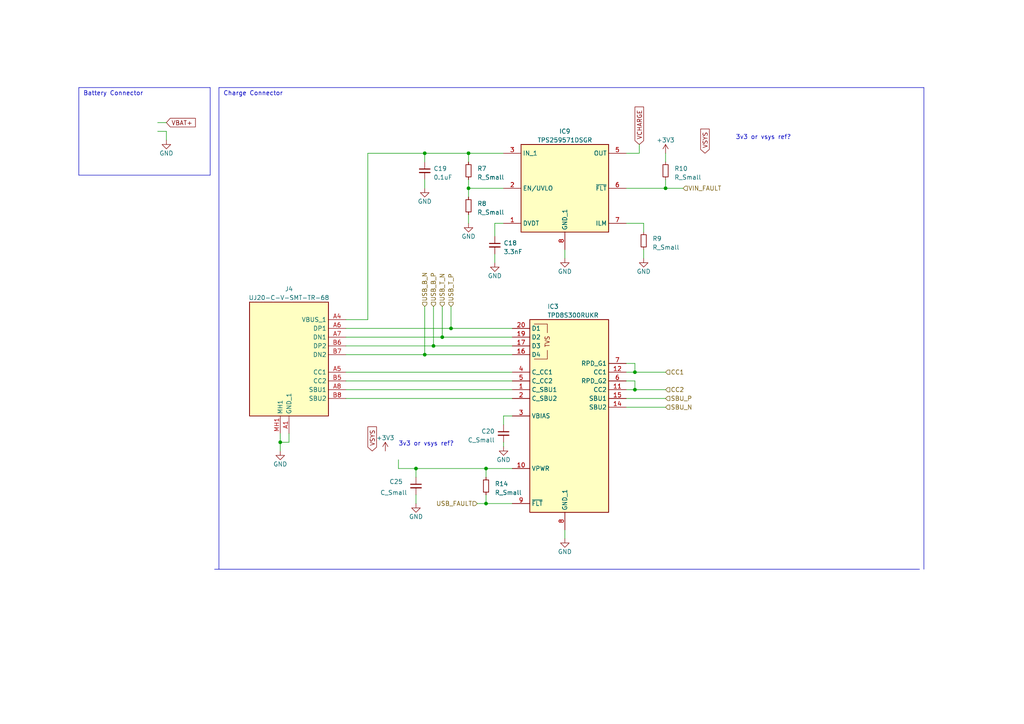
<source format=kicad_sch>
(kicad_sch (version 20230121) (generator eeschema)
  (paper "A4")
  (lib_symbols
    (symbol "ARMband:TPD8S300RUKR"
      (property "Reference" "IC" (at 29.21 26.67 0))
      (property "Value" "TPD8S300RUKR" (at 29.21 24.13 0))
      (symbol "TPD8S300RUKR_1_1"
        (polyline (pts (xy 10.16 13.97) (xy 10.16 11.43) (xy 6.35 11.43)))
        (polyline (pts (xy 10.16 19.05) (xy 10.16 21.59) (xy 6.35 21.59)))
        (rectangle (start 5.08 22.86) (end 27.94 -33.02) (stroke (width 0.254)) (fill (type background)))
        (text "TVS" (at 10.16 16.51 900) (effects (font (size 1.27 1.27))))
        (pin passive line (at 0 2.54 0) (length 5.08) (name "C_SBU1") (number "1"))
        (pin passive line (at 0 -20.32 0) (length 5.08) (name "VPWR") (number "10"))
        (pin passive line (at 33.02 2.54 180) (length 5.08) (name "CC2") (number "11"))
        (pin passive line (at 33.02 7.62 180) (length 5.08) (name "CC1") (number "12"))
        (pin passive line (at 15.24 -38.1 90) (length 5.08) hide (name "GND_2") (number "13"))
        (pin passive line (at 33.02 -2.54 180) (length 5.08) (name "SBU2") (number "14"))
        (pin passive line (at 33.02 0 180) (length 5.08) (name "SBU1") (number "15"))
        (pin passive line (at 0 12.7 0) (length 5.08) (name "D4") (number "16"))
        (pin passive line (at 0 15.24 0) (length 5.08) (name "D3") (number "17"))
        (pin passive line (at 15.24 -38.1 90) (length 5.08) hide (name "GND_3") (number "18"))
        (pin passive line (at 0 17.78 0) (length 5.08) (name "D2") (number "19"))
        (pin passive line (at 0 0 0) (length 5.08) (name "C_SBU2") (number "2"))
        (pin passive line (at 0 20.32 0) (length 5.08) (name "D1") (number "20"))
        (pin passive line (at 15.24 -38.1 90) (length 5.08) hide (name "GND_4") (number "21"))
        (pin passive line (at 0 -5.08 0) (length 5.08) (name "VBIAS") (number "3"))
        (pin passive line (at 0 7.62 0) (length 5.08) (name "C_CC1") (number "4"))
        (pin passive line (at 0 5.08 0) (length 5.08) (name "C_CC2") (number "5"))
        (pin passive line (at 33.02 5.08 180) (length 5.08) (name "RPD_G2") (number "6"))
        (pin passive line (at 33.02 10.16 180) (length 5.08) (name "RPD_G1") (number "7"))
        (pin passive line (at 15.24 -38.1 90) (length 5.08) (name "GND_1") (number "8"))
        (pin passive line (at 0 -30.48 0) (length 5.08) (name "~{FLT}") (number "9"))
      )
    )
    (symbol "ARMband:UJ20-C-V-SMT-TR-68"
      (property "Reference" "J" (at 5.08 7.62 0))
      (property "Value" "UJ20-C-V-SMT-TR-68" (at 5.08 5.08 0))
      (symbol "UJ20-C-V-SMT-TR-68_1_1"
        (rectangle (start 5.08 2.54) (end 27.94 -30.48) (stroke (width 0.254)) (fill (type background)))
        (pin passive line (at 16.51 -35.56 90) (length 5.08) (name "GND_1") (number "A1"))
        (pin passive line (at 16.51 -35.56 90) (length 5.08) hide (name "GND_2") (number "A12"))
        (pin passive line (at 0 -2.54 0) (length 5.08) (name "VBUS_1") (number "A4"))
        (pin passive line (at 0 -17.78 0) (length 5.08) (name "CC1") (number "A5"))
        (pin passive line (at 0 -5.08 0) (length 5.08) (name "DP1") (number "A6"))
        (pin passive line (at 0 -7.62 0) (length 5.08) (name "DN1") (number "A7"))
        (pin passive line (at 0 -22.86 0) (length 5.08) (name "SBU1") (number "A8"))
        (pin passive line (at 0 -2.54 0) (length 5.08) hide (name "VBUS_2") (number "A9"))
        (pin passive line (at 16.51 -35.56 90) (length 5.08) hide (name "GND_3") (number "B1"))
        (pin passive line (at 16.51 -30.48 270) (length 5.08) hide (name "GND_4") (number "B12"))
        (pin passive line (at 0 -2.54 0) (length 5.08) hide (name "VBUS_3") (number "B4"))
        (pin passive line (at 0 -20.32 0) (length 5.08) (name "CC2") (number "B5"))
        (pin passive line (at 0 -10.16 0) (length 5.08) (name "DP2") (number "B6"))
        (pin passive line (at 0 -12.7 0) (length 5.08) (name "DN2") (number "B7"))
        (pin passive line (at 0 -25.4 0) (length 5.08) (name "SBU2") (number "B8"))
        (pin passive line (at 0 -2.54 0) (length 5.08) hide (name "VBUS_4") (number "B9"))
        (pin passive line (at 19.05 -35.56 90) (length 5.08) (name "MH1") (number "MH1"))
        (pin passive line (at 19.05 -35.56 90) (length 5.08) hide (name "MH2") (number "MH2"))
        (pin passive line (at 19.05 -35.56 90) (length 5.08) hide (name "MH3") (number "MH3"))
        (pin passive line (at 19.05 -35.56 90) (length 5.08) hide (name "MH4") (number "MH4"))
      )
    )
    (symbol "Device:C_Small" (pin_numbers hide) (pin_names (offset 0.254) hide)
      (property "Reference" "C" (at 0.254 1.778 0))
      (property "Value" "C_Small" (at 0.254 -2.032 0))
      (symbol "C_Small_0_1"
        (polyline (pts (xy -1.524 -0.508) (xy 1.524 -0.508)) (stroke (width 0.3302)))
        (polyline (pts (xy -1.524 0.508) (xy 1.524 0.508)) (stroke (width 0.3048)))
      )
      (symbol "C_Small_1_1"
        (pin passive line (at 0 2.54 270) (length 2.032) (name "~") (number "1"))
        (pin passive line (at 0 -2.54 90) (length 2.032) (name "~") (number "2"))
      )
    )
    (symbol "Device:R_Small" (pin_numbers hide) (pin_names (offset 0.254) hide)
      (property "Reference" "R" (at 0.762 0.508 0))
      (property "Value" "R_Small" (at 0.762 -1.016 0))
      (symbol "R_Small_0_1"
        (rectangle (start -0.762 1.778) (end 0.762 -1.778) (stroke (width 0.2032)))
      )
      (symbol "R_Small_1_1"
        (pin passive line (at 0 2.54 270) (length 0.762) (name "~") (number "1"))
        (pin passive line (at 0 -2.54 90) (length 0.762) (name "~") (number "2"))
      )
    )
    (symbol "LibraryLoader:TPS259571DSGR"
      (property "Reference" "IC" (at 31.75 7.62 0))
      (property "Value" "TPS259571DSGR" (at 31.75 5.08 0))
      (symbol "TPS259571DSGR_1_1"
        (rectangle (start 5.08 2.54) (end 30.48 -22.86) (stroke (width 0.254)) (fill (type background)))
        (pin passive line (at 0 -20.32 0) (length 5.08) (name "DVDT") (number "1"))
        (pin passive line (at 0 -10.16 0) (length 5.08) (name "EN/UVLO") (number "2"))
        (pin passive line (at 0 0 0) (length 5.08) (name "IN_1") (number "3"))
        (pin passive line (at 0 0 0) (length 5.08) hide (name "IN_2") (number "4"))
        (pin passive line (at 35.56 0 180) (length 5.08) (name "OUT") (number "5"))
        (pin passive line (at 35.56 -10.16 180) (length 5.08) (name "~{FLT}") (number "6"))
        (pin passive line (at 35.56 -20.32 180) (length 5.08) (name "ILM") (number "7"))
        (pin passive line (at 17.78 -27.94 90) (length 5.08) (name "GND_1") (number "8"))
        (pin passive line (at 17.78 -27.94 90) (length 5.08) hide (name "GND_2") (number "9"))
      )
    )
    (symbol "power:+3V3" (power) (pin_names (offset 0))
      (property "Value" "+3V3" (at 0 3.556 0))
      (symbol "+3V3_0_1"
        (polyline (pts (xy -0.762 1.27) (xy 0 2.54)))
        (polyline (pts (xy 0 0) (xy 0 2.54)))
        (polyline (pts (xy 0 2.54) (xy 0.762 1.27)))
      )
      (symbol "+3V3_1_1"
        (pin power_in line (at 0 0 90) (length 0) hide (name "+3V3") (number "1"))
      )
    )
    (symbol "power:GND" (power) (pin_names (offset 0))
      (property "Value" "GND" (at 0 -3.81 0))
      (symbol "GND_0_1"
        (polyline (pts (xy 0 0) (xy 0 -1.27) (xy 1.27 -1.27) (xy 0 -2.54) (xy -1.27 -1.27) (xy 0 -1.27)))
      )
      (symbol "GND_1_1"
        (pin power_in line (at 0 0 270) (length 0) hide (name "GND") (number "1"))
      )
    )
  )
  (junction (at 135.89 54.61))
  (junction (at 140.97 146.05))
  (junction (at 120.65 135.89))
  (junction (at 128.27 97.79))
  (junction (at 81.28 128.27))
  (junction (at 130.81 95.25))
  (junction (at 123.19 44.45))
  (junction (at 193.04 54.61))
  (junction (at 123.19 102.87))
  (junction (at 140.97 135.89))
  (junction (at 184.15 113.03))
  (junction (at 125.73 100.33))
  (junction (at 135.89 44.45))
  (junction (at 184.15 107.95))
  (wire (pts (xy 81.28 128.27) (xy 81.28 125.73)))
  (polyline (pts (xy 267.97 25.4) (xy 63.5 25.4)))
  (polyline (pts (xy 60.96 25.4) (xy 22.86 25.4)))
  (wire (pts (xy 146.05 54.61) (xy 135.89 54.61)))
  (wire (pts (xy 146.05 120.65) (xy 146.05 123.19)))
  (wire (pts (xy 123.19 102.87) (xy 123.19 88.9)))
  (polyline (pts (xy 22.86 25.4) (xy 22.86 50.8)))
  (wire (pts (xy 106.68 44.45) (xy 123.19 44.45)))
  (wire (pts (xy 100.33 110.49) (xy 148.59 110.49)))
  (wire (pts (xy 123.19 44.45) (xy 135.89 44.45)))
  (wire (pts (xy 135.89 44.45) (xy 146.05 44.45)))
  (wire (pts (xy 148.59 146.05) (xy 140.97 146.05)))
  (wire (pts (xy 128.27 97.79) (xy 148.59 97.79)))
  (wire (pts (xy 125.73 100.33) (xy 148.59 100.33)))
  (polyline (pts (xy 63.5 25.4) (xy 63.5 165.1)))
  (wire (pts (xy 135.89 52.07) (xy 135.89 54.61)))
  (wire (pts (xy 45.72 38.1) (xy 48.26 38.1)))
  (wire (pts (xy 193.04 52.07) (xy 193.04 54.61)))
  (wire (pts (xy 181.61 110.49) (xy 184.15 110.49)))
  (polyline (pts (xy 267.97 25.4) (xy 267.97 165.1)))
  (wire (pts (xy 181.61 107.95) (xy 184.15 107.95)))
  (wire (pts (xy 135.89 62.23) (xy 135.89 64.77)))
  (wire (pts (xy 128.27 88.9) (xy 128.27 97.79)))
  (wire (pts (xy 135.89 44.45) (xy 135.89 46.99)))
  (wire (pts (xy 125.73 100.33) (xy 125.73 88.9)))
  (wire (pts (xy 100.33 92.71) (xy 106.68 92.71)))
  (wire (pts (xy 186.69 64.77) (xy 186.69 67.31)))
  (wire (pts (xy 123.19 52.07) (xy 123.19 54.61)))
  (wire (pts (xy 81.28 130.81) (xy 81.28 128.27)))
  (wire (pts (xy 81.28 128.27) (xy 83.82 128.27)))
  (polyline (pts (xy 22.86 50.8) (xy 60.96 50.8)))
  (wire (pts (xy 184.15 107.95) (xy 193.04 107.95)))
  (wire (pts (xy 140.97 138.43) (xy 140.97 135.89)))
  (wire (pts (xy 143.51 64.77) (xy 143.51 68.58)))
  (wire (pts (xy 181.61 115.57) (xy 193.04 115.57)))
  (wire (pts (xy 140.97 135.89) (xy 148.59 135.89)))
  (wire (pts (xy 100.33 95.25) (xy 130.81 95.25)))
  (wire (pts (xy 120.65 135.89) (xy 140.97 135.89)))
  (wire (pts (xy 115.57 133.35) (xy 115.57 135.89)))
  (wire (pts (xy 100.33 115.57) (xy 148.59 115.57)))
  (wire (pts (xy 184.15 105.41) (xy 184.15 107.95)))
  (wire (pts (xy 148.59 120.65) (xy 146.05 120.65)))
  (wire (pts (xy 100.33 113.03) (xy 148.59 113.03)))
  (polyline (pts (xy 60.96 25.4) (xy 60.96 50.8)))
  (wire (pts (xy 181.61 105.41) (xy 184.15 105.41)))
  (wire (pts (xy 146.05 64.77) (xy 143.51 64.77)))
  (wire (pts (xy 181.61 118.11) (xy 193.04 118.11)))
  (wire (pts (xy 123.19 44.45) (xy 123.19 46.99)))
  (wire (pts (xy 100.33 100.33) (xy 125.73 100.33)))
  (wire (pts (xy 83.82 125.73) (xy 83.82 128.27)))
  (wire (pts (xy 135.89 54.61) (xy 135.89 57.15)))
  (wire (pts (xy 186.69 72.39) (xy 186.69 74.93)))
  (wire (pts (xy 100.33 102.87) (xy 123.19 102.87)))
  (wire (pts (xy 100.33 107.95) (xy 148.59 107.95)))
  (wire (pts (xy 115.57 135.89) (xy 120.65 135.89)))
  (wire (pts (xy 181.61 113.03) (xy 184.15 113.03)))
  (wire (pts (xy 106.68 44.45) (xy 106.68 92.71)))
  (wire (pts (xy 100.33 97.79) (xy 128.27 97.79)))
  (wire (pts (xy 120.65 138.43) (xy 120.65 135.89)))
  (wire (pts (xy 184.15 110.49) (xy 184.15 113.03)))
  (wire (pts (xy 193.04 44.45) (xy 193.04 46.99)))
  (wire (pts (xy 138.43 146.05) (xy 140.97 146.05)))
  (wire (pts (xy 198.12 54.61) (xy 193.04 54.61)))
  (wire (pts (xy 143.51 73.66) (xy 143.51 76.2)))
  (wire (pts (xy 123.19 102.87) (xy 148.59 102.87)))
  (wire (pts (xy 140.97 143.51) (xy 140.97 146.05)))
  (wire (pts (xy 146.05 128.27) (xy 146.05 129.54)))
  (wire (pts (xy 130.81 88.9) (xy 130.81 95.25)))
  (wire (pts (xy 120.65 143.51) (xy 120.65 146.05)))
  (wire (pts (xy 181.61 44.45) (xy 185.42 44.45)))
  (polyline (pts (xy 62.23 165.1) (xy 266.7 165.1)))
  (wire (pts (xy 163.83 72.39) (xy 163.83 74.93)))
  (wire (pts (xy 181.61 64.77) (xy 186.69 64.77)))
  (wire (pts (xy 181.61 54.61) (xy 193.04 54.61)))
  (wire (pts (xy 184.15 113.03) (xy 193.04 113.03)))
  (wire (pts (xy 163.83 153.67) (xy 163.83 156.21)))
  (wire (pts (xy 130.81 95.25) (xy 148.59 95.25)))
  (wire (pts (xy 45.72 35.56) (xy 48.26 35.56)))
  (wire (pts (xy 185.42 41.91) (xy 185.42 44.45)))
  (wire (pts (xy 48.26 40.64) (xy 48.26 38.1)))
  (text "3v3 or vsys ref?" (at 213.36 40.64 0) (effects (font (size 1.27 1.27)) (justify left bottom)))
  (text "3v3 or vsys ref?" (at 115.57 129.54 0) (effects (font (size 1.27 1.27)) (justify left bottom)))
  (text "Charge Connector" (at 64.77 27.94 0) (effects (font (size 1.27 1.27)) (justify left bottom)))
  (text "Battery Connector" (at 24.13 27.94 0) (effects (font (size 1.27 1.27)) (justify left bottom)))
  (global_label "VSYS" (shape input) (at 204.47 44.45 90) (property "Intersheetrefs" "${INTERSHEET_REFS}" (effects hide)))
  (global_label "VBAT+" (shape input) (at 48.26 35.56 0) (property "Intersheetrefs" "${INTERSHEET_REFS}" (effects hide)))
  (global_label "VSYS" (shape input) (at 107.95 130.81 90) (property "Intersheetrefs" "${INTERSHEET_REFS}" (effects hide)))
  (global_label "VCHARGE" (shape input) (at 185.42 41.91 90) (property "Intersheetrefs" "${INTERSHEET_REFS}" (effects hide)))
  (hierarchical_label "CC1" (shape input) (at 193.04 107.95 0) (property "Intersheetrefs" "${INTERSHEET_REFS}" (effects hide)))
  (hierarchical_label "USB_T_N" (shape input) (at 128.27 88.9 90) (property "Intersheetrefs" "${INTERSHEET_REFS}" (effects hide)))
  (hierarchical_label "USB_FAULT" (shape input) (at 138.43 146.05 180) (property "Intersheetrefs" "${INTERSHEET_REFS}" (effects hide)))
  (hierarchical_label "USB_B_N" (shape input) (at 123.19 88.9 90) (property "Intersheetrefs" "${INTERSHEET_REFS}" (effects hide)))
  (hierarchical_label "CC2" (shape input) (at 193.04 113.03 0) (property "Intersheetrefs" "${INTERSHEET_REFS}" (effects hide)))
  (hierarchical_label "VIN_FAULT" (shape input) (at 198.12 54.61 0) (property "Intersheetrefs" "${INTERSHEET_REFS}" (effects hide)))
  (hierarchical_label "SBU_P" (shape input) (at 193.04 115.57 0) (property "Intersheetrefs" "${INTERSHEET_REFS}" (effects hide)))
  (hierarchical_label "USB_T_P" (shape input) (at 130.81 88.9 90) (property "Intersheetrefs" "${INTERSHEET_REFS}" (effects hide)))
  (hierarchical_label "SBU_N" (shape input) (at 193.04 118.11 0) (property "Intersheetrefs" "${INTERSHEET_REFS}" (effects hide)))
  (hierarchical_label "USB_B_P" (shape input) (at 125.73 88.9 90) (property "Intersheetrefs" "${INTERSHEET_REFS}" (effects hide)))
  (symbol (lib_id "power:GND") (at 81.28 130.81 0) (unit 1)
    (property "Reference" "#PWR01" (effects hide))
    (property "Value" "GND" (at 81.28 134.62 0))
    (instances (project "armband" (path "" (reference "#PWR01") (unit 1)) (path "" (reference "#PWR022") (unit 1)) (path "" (reference "#PWR022") (unit 1))))
  )
  (symbol (lib_id "Device:R_Small") (at 140.97 140.97 0) (mirror y) (unit 1)
    (property "Reference" "R14" (at 143.51 140.335 0) (effects (justify right)))
    (property "Value" "R_Small" (at 143.51 142.875 0) (effects (justify right)))
  )
  (symbol (lib_id "Device:C_Small") (at 120.65 140.97 0) (unit 1)
    (property "Reference" "C25" (at 116.84 139.7 0) (effects (justify right)))
    (property "Value" "C_Small" (at 118.11 142.8813 0) (effects (justify right)))
  )
  (symbol (lib_id "Device:R_Small") (at 135.89 59.69 0) (mirror y) (unit 1)
    (property "Reference" "R8" (at 138.43 59.055 0) (effects (justify right)))
    (property "Value" "R_Small" (at 138.43 61.595 0) (effects (justify right)))
  )
  (symbol (lib_id "power:GND") (at 123.19 54.61 0) (mirror y) (unit 1)
    (property "Reference" "#PWR01" (effects hide))
    (property "Value" "GND" (at 123.19 58.42 0))
    (instances (project "armband" (path "" (reference "#PWR01") (unit 1)) (path "" (reference "#PWR022") (unit 1)) (path "" (reference "#PWR050") (unit 1))))
  )
  (symbol (lib_id "power:GND") (at 143.51 76.2 0) (unit 1)
    (property "Reference" "#PWR01" (effects hide))
    (property "Value" "GND" (at 143.51 80.01 0))
    (instances (project "armband" (path "" (reference "#PWR01") (unit 1)) (path "" (reference "#PWR022") (unit 1)) (path "" (reference "#PWR048") (unit 1))))
  )
  (symbol (lib_id "Device:C_Small") (at 123.19 49.53 0) (mirror y) (unit 1)
    (property "Reference" "C19" (at 125.73 48.9013 0) (effects (justify right)))
    (property "Value" "0.1uF" (at 125.73 51.4413 0) (effects (justify right)))
  )
  (symbol (lib_id "power:+3V3") (at 111.76 130.81 0) (unit 1)
    (property "Reference" "#PWR063" (effects hide))
    (property "Value" "+3V3" (at 111.76 127 0))
  )
  (symbol (lib_id "LibraryLoader:TPS259571DSGR") (at 146.05 44.45 0) (unit 1)
    (property "Reference" "IC9" (at 163.83 38.1 0))
    (property "Value" "TPS259571DSGR" (at 163.83 40.64 0))
    (property "Footprint" "SON50P200X200X80-9N" (effects hide))
    (property "Datasheet" "http://www.ti.com/lit/gpn/tps2595" (effects hide))
    (property "Height" "0.8" (effects hide))
    (property "Mouser Part Number" "595-TPS259571DSGR" (effects hide))
    (property "Mouser Price/Stock" "https://www.mouser.co.uk/ProductDetail/Texas-Instruments/TPS259571DSGR?qs=W0yvOO0ixfH3ETsy08x5CQ%3D%3D" (effects hide))
    (property "Manufacturer_Name" "Texas Instruments" (effects hide))
    (property "Manufacturer_Part_Number" "TPS259571DSGR" (effects hide))
  )
  (symbol (lib_id "Device:R_Small") (at 135.89 49.53 0) (mirror y) (unit 1)
    (property "Reference" "R7" (at 138.43 48.895 0) (effects (justify right)))
    (property "Value" "R_Small" (at 138.43 51.435 0) (effects (justify right)))
  )
  (symbol (lib_id "power:GND") (at 163.83 156.21 0) (unit 1)
    (property "Reference" "#PWR01" (effects hide))
    (property "Value" "GND" (at 163.83 160.02 0))
    (instances (project "armband" (path "" (reference "#PWR01") (unit 1)) (path "" (reference "#PWR022") (unit 1)) (path "" (reference "#PWR046") (unit 1))))
  )
  (symbol (lib_id "power:GND") (at 48.26 40.64 0) (unit 1)
    (property "Reference" "#PWR01" (effects hide))
    (property "Value" "GND" (at 48.26 44.45 0))
    (instances (project "armband" (path "" (reference "#PWR01") (unit 1)) (path "" (reference "#PWR021") (unit 1)) (path "" (reference "#PWR021") (unit 1))))
  )
  (symbol (lib_id "Device:C_Small") (at 146.05 125.73 0) (unit 1)
    (property "Reference" "C20" (at 143.51 125.1013 0) (effects (justify right)))
    (property "Value" "C_Small" (at 143.51 127.6413 0) (effects (justify right)))
  )
  (symbol (lib_id "ARMband:TPD8S300RUKR") (at 148.59 115.57 0) (unit 1)
    (property "Reference" "IC3" (at 158.75 88.9 0) (effects (justify left)))
    (property "Value" "TPD8S300RUKR" (at 158.75 91.44 0) (effects (justify left)))
    (property "Footprint" "ARMband:QFN40P300X300X80-21N-D" (effects hide))
    (property "Datasheet" "http://www.ti.com/lit/gpn/tpd8s300" (effects hide))
    (property "Height" "0.8" (effects hide))
    (property "Mouser Part Number" "595-TPD8S300RUKR" (effects hide))
    (property "Mouser Price/Stock" "https://www.mouser.co.uk/ProductDetail/Texas-Instruments/TPD8S300RUKR?qs=KuuZdrM3jLxuJ5q64YSnFw%3D%3D" (effects hide))
    (property "Manufacturer_Name" "Texas Instruments" (effects hide))
    (property "Manufacturer_Part_Number" "TPD8S300RUKR" (effects hide))
  )
  (symbol (lib_id "power:+3V3") (at 193.04 44.45 0) (unit 1)
    (property "Reference" "#PWR062" (effects hide))
    (property "Value" "+3V3" (at 193.04 40.64 0))
  )
  (symbol (lib_id "power:GND") (at 135.89 64.77 0) (unit 1)
    (property "Reference" "#PWR01" (effects hide))
    (property "Value" "GND" (at 135.89 68.58 0))
    (instances (project "armband" (path "" (reference "#PWR01") (unit 1)) (path "" (reference "#PWR022") (unit 1)) (path "" (reference "#PWR047") (unit 1))))
  )
  (symbol (lib_id "Device:C_Small") (at 143.51 71.12 0) (mirror y) (unit 1)
    (property "Reference" "C18" (at 146.05 70.4913 0) (effects (justify right)))
    (property "Value" "3.3nF" (at 146.05 73.0313 0) (effects (justify right)))
  )
  (symbol (lib_id "power:GND") (at 146.05 129.54 0) (unit 1)
    (property "Reference" "#PWR01" (effects hide))
    (property "Value" "GND" (at 146.05 133.35 0))
    (instances (project "armband" (path "" (reference "#PWR01") (unit 1)) (path "" (reference "#PWR022") (unit 1)) (path "" (reference "#PWR060") (unit 1))))
  )
  (symbol (lib_id "power:GND") (at 186.69 74.93 0) (unit 1)
    (property "Reference" "#PWR01" (effects hide))
    (property "Value" "GND" (at 186.69 78.74 0))
    (instances (project "armband" (path "" (reference "#PWR01") (unit 1)) (path "" (reference "#PWR022") (unit 1)) (path "" (reference "#PWR049") (unit 1))))
  )
  (symbol (lib_id "Device:R_Small") (at 193.04 49.53 0) (mirror y) (unit 1)
    (property "Reference" "R10" (at 195.58 48.895 0) (effects (justify right)))
    (property "Value" "R_Small" (at 195.58 51.435 0) (effects (justify right)))
  )
  (symbol (lib_id "ARMband:UJ20-C-V-SMT-TR-68") (at 100.33 90.17 0) (mirror y) (unit 1)
    (property "Reference" "J4" (at 83.82 83.82 0))
    (property "Value" "UJ20-C-V-SMT-TR-68" (at 83.82 86.36 0))
    (property "Footprint" "ARMband:UJ20CVSMTTR68" (effects hide))
    (property "Datasheet" "https://www.cuidevices.com/product/resource/supplyframepdf/uj20-c-v-smt-tr-68.pdf?hkey=EF798316E3902B6ED9A73243A3159BB0" (effects hide))
    (property "Height" "6.4" (effects hide))
    (property "Mouser Part Number" "179-UJ20-C-V-SMTTR68" (effects hide))
    (property "Mouser Price/Stock" "https://www.mouser.co.uk/ProductDetail/CUI-Devices/UJ20-C-V-SMT-TR-68?qs=HoCaDK9Nz5dJB%252B3Mk1F%2F5A%3D%3D" (effects hide))
    (property "Manufacturer_Name" "CUI Devices" (effects hide))
    (property "Manufacturer_Part_Number" "UJ20-C-V-SMT-TR-68" (effects hide))
  )
  (symbol (lib_id "power:GND") (at 163.83 74.93 0) (unit 1)
    (property "Reference" "#PWR01" (effects hide))
    (property "Value" "GND" (at 163.83 78.74 0))
    (instances (project "armband" (path "" (reference "#PWR01") (unit 1)) (path "" (reference "#PWR022") (unit 1)) (path "" (reference "#PWR045") (unit 1))))
  )
  (symbol (lib_id "Device:R_Small") (at 186.69 69.85 0) (mirror y) (unit 1)
    (property "Reference" "R9" (at 189.23 69.215 0) (effects (justify right)))
    (property "Value" "R_Small" (at 189.23 71.755 0) (effects (justify right)))
  )
  (symbol (lib_id "power:GND") (at 120.65 146.05 0) (unit 1)
    (property "Reference" "#PWR01" (effects hide))
    (property "Value" "GND" (at 120.65 149.86 0))
    (instances (project "armband" (path "" (reference "#PWR01") (unit 1)) (path "" (reference "#PWR022") (unit 1)) (path "" (reference "#PWR061") (unit 1))))
  )
)
</source>
